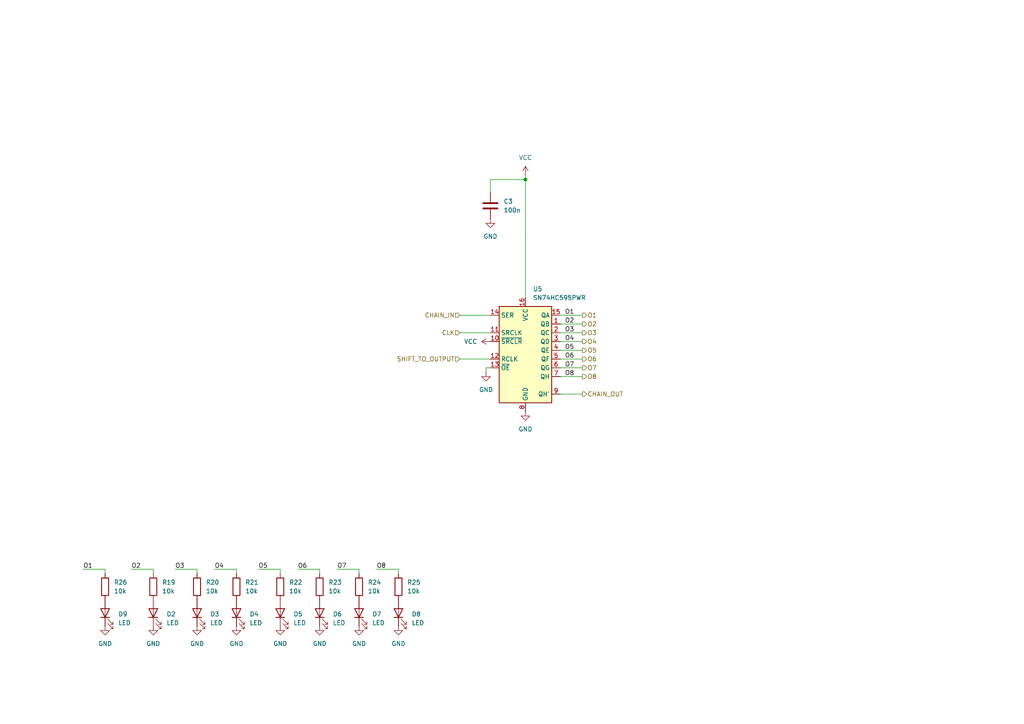
<source format=kicad_sch>
(kicad_sch (version 20250114) (generator "eeschema") (generator_version "9.0")
  (paper "A4")
  (lib_symbols
    (symbol "74xx:74HC595"
      (property "Reference" "U" (at -7.62 13.97 0))
      (property "Value" "74HC595" (at -7.62 -16.51 0))
      (symbol "74HC595_1_0"
        (pin input line (at -10.16 10.16 0) (length 2.54) (name "SER") (number "14"))
        (pin input line (at -10.16 5.08 0) (length 2.54) (name "SRCLK") (number "11"))
        (pin input line (at -10.16 2.54 0) (length 2.54) (name "~{SRCLR}") (number "10"))
        (pin input line (at -10.16 -2.54 0) (length 2.54) (name "RCLK") (number "12"))
        (pin input line (at -10.16 -5.08 0) (length 2.54) (name "~{OE}") (number "13"))
        (pin power_in line (at 0 15.24 270) (length 2.54) (name "VCC") (number "16"))
        (pin power_in line (at 0 -17.78 90) (length 2.54) (name "GND") (number "8"))
        (pin tri_state line (at 10.16 10.16 180) (length 2.54) (name "QA") (number "15"))
        (pin tri_state line (at 10.16 7.62 180) (length 2.54) (name "QB") (number "1"))
        (pin tri_state line (at 10.16 5.08 180) (length 2.54) (name "QC") (number "2"))
        (pin tri_state line (at 10.16 2.54 180) (length 2.54) (name "QD") (number "3"))
        (pin tri_state line (at 10.16 0 180) (length 2.54) (name "QE") (number "4"))
        (pin tri_state line (at 10.16 -2.54 180) (length 2.54) (name "QF") (number "5"))
        (pin tri_state line (at 10.16 -5.08 180) (length 2.54) (name "QG") (number "6"))
        (pin tri_state line (at 10.16 -7.62 180) (length 2.54) (name "QH") (number "7"))
        (pin output line (at 10.16 -12.7 180) (length 2.54) (name "QH'") (number "9"))
      )
      (symbol "74HC595_1_1"
        (rectangle (start -7.62 12.7) (end 7.62 -15.24) (stroke (width 0.254)) (fill (type background)))
      )
    )
    (symbol "Device:C" (pin_numbers (hide yes)) (pin_names (offset 0.254))
      (property "Reference" "C" (at 0.635 2.54 0))
      (property "Value" "C" (at 0.635 -2.54 0))
      (symbol "C_0_1"
        (polyline (pts (xy -2.032 0.762) (xy 2.032 0.762)) (stroke (width 0.508)))
        (polyline (pts (xy -2.032 -0.762) (xy 2.032 -0.762)) (stroke (width 0.508)))
      )
      (symbol "C_1_1"
        (pin passive line (at 0 3.81 270) (length 2.794) (name "~") (number "1"))
        (pin passive line (at 0 -3.81 90) (length 2.794) (name "~") (number "2"))
      )
    )
    (symbol "power:GND" (power) (pin_numbers (hide yes)) (pin_names (offset 0) (hide yes))
      (property "Value" "GND" (at 0 -3.81 0))
      (symbol "GND_0_1"
        (polyline (pts (xy 0 0) (xy 0 -1.27) (xy 1.27 -1.27) (xy 0 -2.54) (xy -1.27 -1.27) (xy 0 -1.27)))
      )
      (symbol "GND_1_1"
        (pin power_in line (at 0 0 270) (length 0) (name "~") (number "1"))
      )
    )
    (symbol "power:VCC" (power) (pin_numbers (hide yes)) (pin_names (offset 0) (hide yes))
      (property "Value" "VCC" (at 0 3.556 0))
      (symbol "VCC_0_1"
        (polyline (pts (xy -0.762 1.27) (xy 0 2.54)))
        (polyline (pts (xy 0 2.54) (xy 0.762 1.27)))
        (polyline (pts (xy 0 0) (xy 0 2.54)))
      )
      (symbol "VCC_1_1"
        (pin power_in line (at 0 0 90) (length 0) (name "~") (number "1"))
      )
    )
    (symbol "rflib:LED" (pin_numbers (hide yes)) (pin_names (offset 1.016) (hide yes))
      (property "Reference" "D2" (at 0 2.54 90))
      (property "Value" "LED" (at -2.54 5.08 0))
      (symbol "LED_0_1"
        (polyline (pts (xy -3.048 -0.762) (xy -4.572 -2.286) (xy -3.81 -2.286) (xy -4.572 -2.286) (xy -4.572 -1.524)))
        (polyline (pts (xy -1.778 -0.762) (xy -3.302 -2.286) (xy -2.54 -2.286) (xy -3.302 -2.286) (xy -3.302 -1.524)))
        (polyline (pts (xy -1.27 0) (xy 1.27 0)))
        (polyline (pts (xy -1.27 -1.27) (xy -1.27 1.27)) (stroke (width 0.254)))
        (polyline (pts (xy 1.27 -1.27) (xy 1.27 1.27) (xy -1.27 0) (xy 1.27 -1.27)) (stroke (width 0.254)))
      )
      (symbol "LED_1_1"
        (pin passive line (at -3.81 0 0) (length 2.54) (name "K") (number "1"))
        (pin passive line (at 3.81 0 180) (length 2.54) (name "A") (number "2"))
      )
    )
    (symbol "rflib:R" (pin_numbers (hide yes)) (pin_names (offset 0))
      (property "Reference" "R" (at 2.032 0 90))
      (property "Value" "R" (at 0 0 90))
      (symbol "R_0_1"
        (rectangle (start -1.016 -2.54) (end 1.016 2.54) (stroke (width 0.254)))
      )
      (symbol "R_1_1"
        (pin passive line (at 0 3.81 270) (length 1.27) (name "~") (number "1"))
        (pin passive line (at 0 -3.81 90) (length 1.27) (name "~") (number "2"))
      )
    )
  )
  (junction (at 152.4 52.07))
  (wire (pts (xy 162.56 91.44) (xy 168.91 91.44)))
  (wire (pts (xy 140.97 106.68) (xy 140.97 107.95)))
  (wire (pts (xy 133.35 104.14) (xy 142.24 104.14)))
  (wire (pts (xy 152.4 52.07) (xy 142.24 52.07)))
  (wire (pts (xy 162.56 101.6) (xy 168.91 101.6)))
  (wire (pts (xy 24.13 165.1) (xy 30.48 165.1)))
  (wire (pts (xy 109.22 165.1) (xy 115.57 165.1)))
  (wire (pts (xy 38.1 165.1) (xy 44.45 165.1)))
  (wire (pts (xy 142.24 106.68) (xy 140.97 106.68)))
  (wire (pts (xy 142.24 52.07) (xy 142.24 55.88)))
  (wire (pts (xy 50.8 165.1) (xy 57.15 165.1)))
  (wire (pts (xy 30.48 165.1) (xy 30.48 166.37)))
  (wire (pts (xy 44.45 165.1) (xy 44.45 166.37)))
  (wire (pts (xy 115.57 165.1) (xy 115.57 166.37)))
  (wire (pts (xy 152.4 50.8) (xy 152.4 52.07)))
  (wire (pts (xy 81.28 165.1) (xy 81.28 166.37)))
  (wire (pts (xy 86.36 165.1) (xy 92.71 165.1)))
  (wire (pts (xy 92.71 165.1) (xy 92.71 166.37)))
  (wire (pts (xy 162.56 114.3) (xy 168.91 114.3)))
  (wire (pts (xy 133.35 91.44) (xy 142.24 91.44)))
  (wire (pts (xy 162.56 109.22) (xy 168.91 109.22)))
  (wire (pts (xy 162.56 96.52) (xy 168.91 96.52)))
  (wire (pts (xy 162.56 93.98) (xy 168.91 93.98)))
  (wire (pts (xy 152.4 52.07) (xy 152.4 86.36)))
  (wire (pts (xy 104.14 165.1) (xy 104.14 166.37)))
  (wire (pts (xy 57.15 165.1) (xy 57.15 166.37)))
  (wire (pts (xy 162.56 106.68) (xy 168.91 106.68)))
  (wire (pts (xy 74.93 165.1) (xy 81.28 165.1)))
  (wire (pts (xy 97.79 165.1) (xy 104.14 165.1)))
  (wire (pts (xy 133.35 96.52) (xy 142.24 96.52)))
  (wire (pts (xy 62.23 165.1) (xy 68.58 165.1)))
  (wire (pts (xy 162.56 99.06) (xy 168.91 99.06)))
  (wire (pts (xy 162.56 104.14) (xy 168.91 104.14)))
  (wire (pts (xy 68.58 165.1) (xy 68.58 166.37)))
  (label "O6" (at 163.83 104.14 0))
  (label "O8" (at 163.83 109.22 0))
  (label "O1" (at 24.13 165.1 0))
  (label "O2" (at 38.1 165.1 0))
  (label "O3" (at 50.8 165.1 0))
  (label "O2" (at 163.83 93.98 0))
  (label "O6" (at 86.36 165.1 0))
  (label "O7" (at 163.83 106.68 0))
  (label "O4" (at 62.23 165.1 0))
  (label "O7" (at 97.79 165.1 0))
  (label "O8" (at 109.22 165.1 0))
  (label "O5" (at 74.93 165.1 0))
  (label "O1" (at 163.83 91.44 0))
  (label "O4" (at 163.83 99.06 0))
  (label "O3" (at 163.83 96.52 0))
  (label "O5" (at 163.83 101.6 0))
  (hierarchical_label "O3" (shape output) (at 168.91 96.52 0))
  (hierarchical_label "O7" (shape output) (at 168.91 106.68 0))
  (hierarchical_label "O6" (shape output) (at 168.91 104.14 0))
  (hierarchical_label "O5" (shape output) (at 168.91 101.6 0))
  (hierarchical_label "SHIFT_TO_OUTPUT" (shape input) (at 133.35 104.14 180))
  (hierarchical_label "CLK" (shape input) (at 133.35 96.52 180))
  (hierarchical_label "CHAIN_IN" (shape input) (at 133.35 91.44 180))
  (hierarchical_label "CHAIN_OUT" (shape output) (at 168.91 114.3 0))
  (hierarchical_label "O8" (shape output) (at 168.91 109.22 0))
  (hierarchical_label "O2" (shape output) (at 168.91 93.98 0))
  (hierarchical_label "O4" (shape output) (at 168.91 99.06 0))
  (hierarchical_label "O1" (shape output) (at 168.91 91.44 0))
  (symbol (lib_id "rflib:R") (at 115.57 170.18 0) (unit 1)
    (property "Reference" "R25" (at 118.11 168.9099 0) (effects (justify left)))
    (property "Value" "10k" (at 118.11 171.4499 0) (effects (justify left)))
    (property "Footprint" "Resistor_SMD:R_0402_1005Metric" (effects (hide yes)))
    (property "Description" "Resistor" (effects (hide yes)))
    (instances (project "74aoc" (path "" (reference "R25") (unit 1)) (path "" (reference "R33") (unit 1))))
  )
  (symbol (lib_id "power:GND") (at 152.4 119.38 0) (unit 1)
    (property "Reference" "#PWR026" (effects (hide yes)))
    (property "Value" "GND" (at 152.4 124.46 0))
    (property "Description" "Power symbol creates a global label with name \"GND\" , ground" (effects (hide yes)))
    (instances (project "74aoc" (path "" (reference "#PWR026") (unit 1)) (path "" (reference "#PWR049") (unit 1))))
  )
  (symbol (lib_id "rflib:LED") (at 57.15 177.8 90) (unit 1)
    (property "Reference" "D3" (at 60.96 178.1174 90) (effects (justify right)))
    (property "Value" "LED" (at 60.96 180.6574 90) (effects (justify right)))
    (property "Footprint" "LED_SMD:LED_0603_1608Metric" (effects (hide yes)))
    (property "Description" "Light emitting diode" (effects (hide yes)))
    (instances (project "74aoc" (path "" (reference "D3") (unit 1)) (path "" (reference "D11") (unit 1))))
  )
  (symbol (lib_id "Device:C") (at 142.24 59.69 0) (unit 1)
    (property "Reference" "C3" (at 146.05 58.4199 0) (effects (justify left)))
    (property "Value" "100n" (at 146.05 60.9599 0) (effects (justify left)))
    (property "Footprint" "Capacitor_SMD:C_0402_1005Metric" (effects (hide yes)))
    (property "Description" "Unpolarized capacitor" (effects (hide yes)))
    (instances (project "74aoc" (path "" (reference "C3") (unit 1)) (path "" (reference "C4") (unit 1))))
  )
  (symbol (lib_id "power:GND") (at 140.97 107.95 0) (unit 1)
    (property "Reference" "#PWR028" (effects (hide yes)))
    (property "Value" "GND" (at 140.97 113.03 0))
    (property "Description" "Power symbol creates a global label with name \"GND\" , ground" (effects (hide yes)))
    (instances (project "74aoc" (path "" (reference "#PWR028") (unit 1)) (path "" (reference "#PWR045") (unit 1))))
  )
  (symbol (lib_id "rflib:R") (at 44.45 170.18 0) (unit 1)
    (property "Reference" "R19" (at 46.99 168.9099 0) (effects (justify left)))
    (property "Value" "10k" (at 46.99 171.4499 0) (effects (justify left)))
    (property "Footprint" "Resistor_SMD:R_0402_1005Metric" (effects (hide yes)))
    (property "Description" "Resistor" (effects (hide yes)))
    (instances (project "74aoc" (path "" (reference "R19") (unit 1)) (path "" (reference "R27") (unit 1))))
  )
  (symbol (lib_id "power:GND") (at 44.45 181.61 0) (unit 1)
    (property "Reference" "#PWR030" (effects (hide yes)))
    (property "Value" "GND" (at 44.45 186.69 0))
    (property "Description" "Power symbol creates a global label with name \"GND\" , ground" (effects (hide yes)))
    (instances (project "74aoc" (path "" (reference "#PWR030") (unit 1)) (path "" (reference "#PWR038") (unit 1))))
  )
  (symbol (lib_id "power:GND") (at 57.15 181.61 0) (unit 1)
    (property "Reference" "#PWR031" (effects (hide yes)))
    (property "Value" "GND" (at 57.15 186.69 0))
    (property "Description" "Power symbol creates a global label with name \"GND\" , ground" (effects (hide yes)))
    (instances (project "74aoc" (path "" (reference "#PWR031") (unit 1)) (path "" (reference "#PWR039") (unit 1))))
  )
  (symbol (lib_id "74xx:74HC595") (at 152.4 101.6 0) (unit 1)
    (property "Reference" "U5" (at 154.5433 83.82 0) (effects (justify left)))
    (property "Value" "SN74HC595PWR" (at 154.5433 86.36 0) (effects (justify left)))
    (property "Footprint" "Package_SO:TSSOP-16_4.4x5mm_P0.65mm" (effects (hide yes)))
    (property "Datasheet" "http://www.ti.com/lit/ds/symlink/sn74hc595.pdf" (effects (hide yes)))
    (property "Description" "8-bit serial in/out Shift Register 3-State Outputs" (effects (hide yes)))
    (property "LCSC" "C273642" (effects (hide yes)))
    (instances (project "74aoc" (path "" (reference "U5") (unit 1)) (path "" (reference "U6") (unit 1))))
  )
  (symbol (lib_id "power:GND") (at 142.24 63.5 0) (unit 1)
    (property "Reference" "#PWR024" (effects (hide yes)))
    (property "Value" "GND" (at 142.24 68.58 0))
    (property "Description" "Power symbol creates a global label with name \"GND\" , ground" (effects (hide yes)))
    (instances (project "74aoc" (path "" (reference "#PWR024") (unit 1)) (path "" (reference "#PWR046") (unit 1))))
  )
  (symbol (lib_id "power:GND") (at 115.57 181.61 0) (unit 1)
    (property "Reference" "#PWR036" (effects (hide yes)))
    (property "Value" "GND" (at 115.57 186.69 0))
    (property "Description" "Power symbol creates a global label with name \"GND\" , ground" (effects (hide yes)))
    (instances (project "74aoc" (path "" (reference "#PWR036") (unit 1)) (path "" (reference "#PWR044") (unit 1))))
  )
  (symbol (lib_id "rflib:R") (at 57.15 170.18 0) (unit 1)
    (property "Reference" "R20" (at 59.69 168.9099 0) (effects (justify left)))
    (property "Value" "10k" (at 59.69 171.4499 0) (effects (justify left)))
    (property "Footprint" "Resistor_SMD:R_0402_1005Metric" (effects (hide yes)))
    (property "Description" "Resistor" (effects (hide yes)))
    (instances (project "74aoc" (path "" (reference "R20") (unit 1)) (path "" (reference "R28") (unit 1))))
  )
  (symbol (lib_id "rflib:LED") (at 104.14 177.8 90) (unit 1)
    (property "Reference" "D7" (at 107.95 178.1174 90) (effects (justify right)))
    (property "Value" "LED" (at 107.95 180.6574 90) (effects (justify right)))
    (property "Footprint" "LED_SMD:LED_0603_1608Metric" (effects (hide yes)))
    (property "Description" "Light emitting diode" (effects (hide yes)))
    (instances (project "74aoc" (path "" (reference "D7") (unit 1)) (path "" (reference "D15") (unit 1))))
  )
  (symbol (lib_id "power:GND") (at 81.28 181.61 0) (unit 1)
    (property "Reference" "#PWR033" (effects (hide yes)))
    (property "Value" "GND" (at 81.28 186.69 0))
    (property "Description" "Power symbol creates a global label with name \"GND\" , ground" (effects (hide yes)))
    (instances (project "74aoc" (path "" (reference "#PWR033") (unit 1)) (path "" (reference "#PWR041") (unit 1))))
  )
  (symbol (lib_id "power:GND") (at 30.48 181.61 0) (unit 1)
    (property "Reference" "#PWR029" (effects (hide yes)))
    (property "Value" "GND" (at 30.48 186.69 0))
    (property "Description" "Power symbol creates a global label with name \"GND\" , ground" (effects (hide yes)))
    (instances (project "74aoc" (path "" (reference "#PWR029") (unit 1)) (path "" (reference "#PWR037") (unit 1))))
  )
  (symbol (lib_id "rflib:LED") (at 115.57 177.8 90) (unit 1)
    (property "Reference" "D8" (at 119.38 178.1174 90) (effects (justify right)))
    (property "Value" "LED" (at 119.38 180.6574 90) (effects (justify right)))
    (property "Footprint" "LED_SMD:LED_0603_1608Metric" (effects (hide yes)))
    (property "Description" "Light emitting diode" (effects (hide yes)))
    (instances (project "74aoc" (path "" (reference "D8") (unit 1)) (path "" (reference "D16") (unit 1))))
  )
  (symbol (lib_id "power:GND") (at 104.14 181.61 0) (unit 1)
    (property "Reference" "#PWR035" (effects (hide yes)))
    (property "Value" "GND" (at 104.14 186.69 0))
    (property "Description" "Power symbol creates a global label with name \"GND\" , ground" (effects (hide yes)))
    (instances (project "74aoc" (path "" (reference "#PWR035") (unit 1)) (path "" (reference "#PWR043") (unit 1))))
  )
  (symbol (lib_id "rflib:R") (at 68.58 170.18 0) (unit 1)
    (property "Reference" "R21" (at 71.12 168.9099 0) (effects (justify left)))
    (property "Value" "10k" (at 71.12 171.4499 0) (effects (justify left)))
    (property "Footprint" "Resistor_SMD:R_0402_1005Metric" (effects (hide yes)))
    (property "Description" "Resistor" (effects (hide yes)))
    (instances (project "74aoc" (path "" (reference "R21") (unit 1)) (path "" (reference "R29") (unit 1))))
  )
  (symbol (lib_id "rflib:LED") (at 81.28 177.8 90) (unit 1)
    (property "Reference" "D5" (at 85.09 178.1174 90) (effects (justify right)))
    (property "Value" "LED" (at 85.09 180.6574 90) (effects (justify right)))
    (property "Footprint" "LED_SMD:LED_0603_1608Metric" (effects (hide yes)))
    (property "Description" "Light emitting diode" (effects (hide yes)))
    (instances (project "74aoc" (path "" (reference "D5") (unit 1)) (path "" (reference "D13") (unit 1))))
  )
  (symbol (lib_id "rflib:R") (at 81.28 170.18 0) (unit 1)
    (property "Reference" "R22" (at 83.82 168.9099 0) (effects (justify left)))
    (property "Value" "10k" (at 83.82 171.4499 0) (effects (justify left)))
    (property "Footprint" "Resistor_SMD:R_0402_1005Metric" (effects (hide yes)))
    (property "Description" "Resistor" (effects (hide yes)))
    (instances (project "74aoc" (path "" (reference "R22") (unit 1)) (path "" (reference "R30") (unit 1))))
  )
  (symbol (lib_id "rflib:LED") (at 92.71 177.8 90) (unit 1)
    (property "Reference" "D6" (at 96.52 178.1174 90) (effects (justify right)))
    (property "Value" "LED" (at 96.52 180.6574 90) (effects (justify right)))
    (property "Footprint" "LED_SMD:LED_0603_1608Metric" (effects (hide yes)))
    (property "Description" "Light emitting diode" (effects (hide yes)))
    (instances (project "74aoc" (path "" (reference "D6") (unit 1)) (path "" (reference "D14") (unit 1))))
  )
  (symbol (lib_id "rflib:LED") (at 30.48 177.8 90) (unit 1)
    (property "Reference" "D9" (at 34.29 178.1174 90) (effects (justify right)))
    (property "Value" "LED" (at 34.29 180.6574 90) (effects (justify right)))
    (property "Footprint" "LED_SMD:LED_0603_1608Metric" (effects (hide yes)))
    (property "Description" "Light emitting diode" (effects (hide yes)))
    (instances (project "74aoc" (path "" (reference "D9") (unit 1)) (path "" (reference "D18") (unit 1))))
  )
  (symbol (lib_id "rflib:R") (at 92.71 170.18 0) (unit 1)
    (property "Reference" "R23" (at 95.25 168.9099 0) (effects (justify left)))
    (property "Value" "10k" (at 95.25 171.4499 0) (effects (justify left)))
    (property "Footprint" "Resistor_SMD:R_0402_1005Metric" (effects (hide yes)))
    (property "Description" "Resistor" (effects (hide yes)))
    (instances (project "74aoc" (path "" (reference "R23") (unit 1)) (path "" (reference "R31") (unit 1))))
  )
  (symbol (lib_id "rflib:R") (at 104.14 170.18 0) (unit 1)
    (property "Reference" "R24" (at 106.68 168.9099 0) (effects (justify left)))
    (property "Value" "10k" (at 106.68 171.4499 0) (effects (justify left)))
    (property "Footprint" "Resistor_SMD:R_0402_1005Metric" (effects (hide yes)))
    (property "Description" "Resistor" (effects (hide yes)))
    (instances (project "74aoc" (path "" (reference "R24") (unit 1)) (path "" (reference "R32") (unit 1))))
  )
  (symbol (lib_id "power:VCC") (at 142.24 99.06 90) (unit 1)
    (property "Reference" "#PWR027" (effects (hide yes)))
    (property "Value" "VCC" (at 138.43 99.0599 90) (effects (justify left)))
    (property "Description" "Power symbol creates a global label with name \"VCC\"" (effects (hide yes)))
    (instances (project "74aoc" (path "" (reference "#PWR027") (unit 1)) (path "" (reference "#PWR047") (unit 1))))
  )
  (symbol (lib_id "power:GND") (at 92.71 181.61 0) (unit 1)
    (property "Reference" "#PWR034" (effects (hide yes)))
    (property "Value" "GND" (at 92.71 186.69 0))
    (property "Description" "Power symbol creates a global label with name \"GND\" , ground" (effects (hide yes)))
    (instances (project "74aoc" (path "" (reference "#PWR034") (unit 1)) (path "" (reference "#PWR042") (unit 1))))
  )
  (symbol (lib_id "rflib:R") (at 30.48 170.18 0) (unit 1)
    (property "Reference" "R26" (at 33.02 168.9099 0) (effects (justify left)))
    (property "Value" "10k" (at 33.02 171.4499 0) (effects (justify left)))
    (property "Footprint" "Resistor_SMD:R_0402_1005Metric" (effects (hide yes)))
    (property "Description" "Resistor" (effects (hide yes)))
    (instances (project "74aoc" (path "" (reference "R26") (unit 1)) (path "" (reference "R39") (unit 1))))
  )
  (symbol (lib_id "power:VCC") (at 152.4 50.8 0) (unit 1)
    (property "Reference" "#PWR025" (effects (hide yes)))
    (property "Value" "VCC" (at 152.4 45.72 0))
    (property "Description" "Power symbol creates a global label with name \"VCC\"" (effects (hide yes)))
    (instances (project "74aoc" (path "" (reference "#PWR025") (unit 1)) (path "" (reference "#PWR048") (unit 1))))
  )
  (symbol (lib_id "rflib:LED") (at 44.45 177.8 90) (unit 1)
    (property "Reference" "D2" (at 48.26 178.1174 90) (effects (justify right)))
    (property "Value" "LED" (at 48.26 180.6574 90) (effects (justify right)))
    (property "Footprint" "LED_SMD:LED_0603_1608Metric" (effects (hide yes)))
    (property "Description" "Light emitting diode" (effects (hide yes)))
    (instances (project "74aoc" (path "" (reference "D2") (unit 1)) (path "" (reference "D10") (unit 1))))
  )
  (symbol (lib_id "power:GND") (at 68.58 181.61 0) (unit 1)
    (property "Reference" "#PWR032" (effects (hide yes)))
    (property "Value" "GND" (at 68.58 186.69 0))
    (property "Description" "Power symbol creates a global label with name \"GND\" , ground" (effects (hide yes)))
    (instances (project "74aoc" (path "" (reference "#PWR032") (unit 1)) (path "" (reference "#PWR040") (unit 1))))
  )
  (symbol (lib_id "rflib:LED") (at 68.58 177.8 90) (unit 1)
    (property "Reference" "D4" (at 72.39 178.1174 90) (effects (justify right)))
    (property "Value" "LED" (at 72.39 180.6574 90) (effects (justify right)))
    (property "Footprint" "LED_SMD:LED_0603_1608Metric" (effects (hide yes)))
    (property "Description" "Light emitting diode" (effects (hide yes)))
    (instances (project "74aoc" (path "" (reference "D4") (unit 1)) (path "" (reference "D12") (unit 1))))
  )
)
</source>
